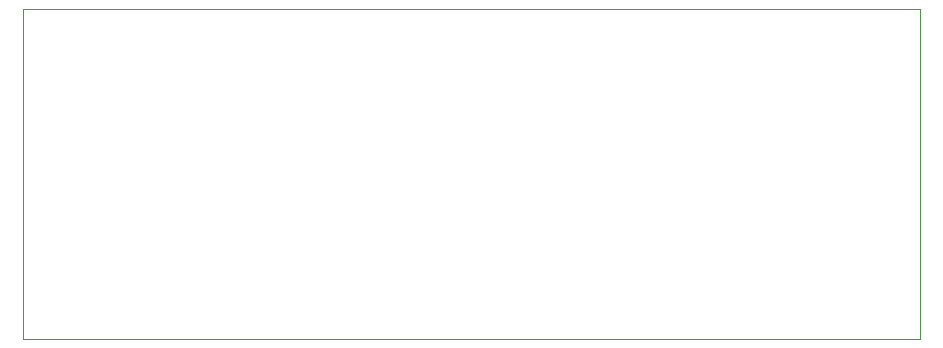
<source format=gbr>
G04 #@! TF.GenerationSoftware,KiCad,Pcbnew,(5.1.2)-1*
G04 #@! TF.CreationDate,2020-06-07T14:36:20+02:00*
G04 #@! TF.ProjectId,sensor-board,73656e73-6f72-42d6-926f-6172642e6b69,rev?*
G04 #@! TF.SameCoordinates,Original*
G04 #@! TF.FileFunction,Profile,NP*
%FSLAX46Y46*%
G04 Gerber Fmt 4.6, Leading zero omitted, Abs format (unit mm)*
G04 Created by KiCad (PCBNEW (5.1.2)-1) date 2020-06-07 14:36:20*
%MOMM*%
%LPD*%
G04 APERTURE LIST*
%ADD10C,0.050000*%
G04 APERTURE END LIST*
D10*
X76500000Y-75000000D02*
X152500000Y-75000000D01*
X76500000Y-103000000D02*
X76500000Y-75000000D01*
X152500000Y-103000000D02*
X76500000Y-103000000D01*
X152500000Y-75000000D02*
X152500000Y-103000000D01*
M02*

</source>
